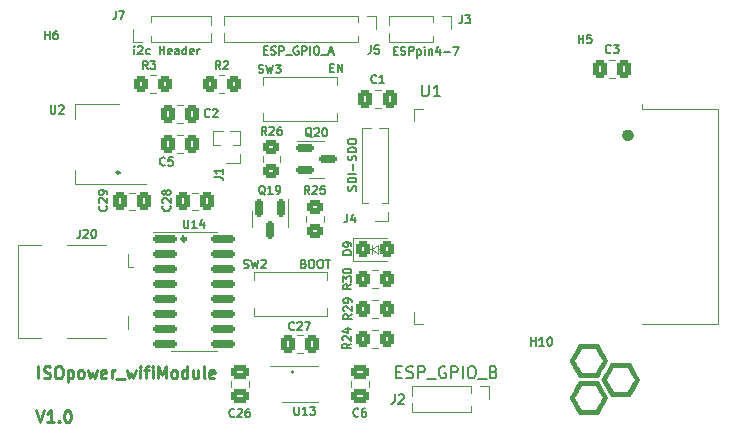
<source format=gbr>
G04 #@! TF.GenerationSoftware,KiCad,Pcbnew,(6.0.0)*
G04 #@! TF.CreationDate,2022-03-08T09:11:22+00:00*
G04 #@! TF.ProjectId,ISOpowerWiFi_PCB,49534f70-6f77-4657-9257-6946695f5043,rev?*
G04 #@! TF.SameCoordinates,Original*
G04 #@! TF.FileFunction,Legend,Top*
G04 #@! TF.FilePolarity,Positive*
%FSLAX46Y46*%
G04 Gerber Fmt 4.6, Leading zero omitted, Abs format (unit mm)*
G04 Created by KiCad (PCBNEW (6.0.0)) date 2022-03-08 09:11:22*
%MOMM*%
%LPD*%
G01*
G04 APERTURE LIST*
G04 Aperture macros list*
%AMRoundRect*
0 Rectangle with rounded corners*
0 $1 Rounding radius*
0 $2 $3 $4 $5 $6 $7 $8 $9 X,Y pos of 4 corners*
0 Add a 4 corners polygon primitive as box body*
4,1,4,$2,$3,$4,$5,$6,$7,$8,$9,$2,$3,0*
0 Add four circle primitives for the rounded corners*
1,1,$1+$1,$2,$3*
1,1,$1+$1,$4,$5*
1,1,$1+$1,$6,$7*
1,1,$1+$1,$8,$9*
0 Add four rect primitives between the rounded corners*
20,1,$1+$1,$2,$3,$4,$5,0*
20,1,$1+$1,$4,$5,$6,$7,0*
20,1,$1+$1,$6,$7,$8,$9,0*
20,1,$1+$1,$8,$9,$2,$3,0*%
G04 Aperture macros list end*
%ADD10C,0.250000*%
%ADD11C,0.150000*%
%ADD12C,0.120000*%
%ADD13C,0.517905*%
%ADD14C,0.187000*%
%ADD15C,0.343981*%
%ADD16C,0.239605*%
%ADD17R,1.000000X1.000000*%
%ADD18O,1.000000X1.000000*%
%ADD19C,3.200000*%
%ADD20R,2.000000X1.600000*%
%ADD21C,1.000000*%
%ADD22R,2.000000X0.500000*%
%ADD23R,1.700000X2.000000*%
%ADD24R,0.900000X2.000000*%
%ADD25R,2.000000X0.900000*%
%ADD26R,5.000000X5.000000*%
%ADD27RoundRect,0.250000X-0.325000X-0.450000X0.325000X-0.450000X0.325000X0.450000X-0.325000X0.450000X0*%
%ADD28R,1.600000X0.300000*%
%ADD29RoundRect,0.250000X0.337500X0.475000X-0.337500X0.475000X-0.337500X-0.475000X0.337500X-0.475000X0*%
%ADD30RoundRect,0.250000X-0.350000X-0.450000X0.350000X-0.450000X0.350000X0.450000X-0.350000X0.450000X0*%
%ADD31RoundRect,0.150000X-0.825000X-0.150000X0.825000X-0.150000X0.825000X0.150000X-0.825000X0.150000X0*%
%ADD32RoundRect,0.250000X0.350000X0.450000X-0.350000X0.450000X-0.350000X-0.450000X0.350000X-0.450000X0*%
%ADD33RoundRect,0.250000X-0.337500X-0.475000X0.337500X-0.475000X0.337500X0.475000X-0.337500X0.475000X0*%
%ADD34RoundRect,0.250000X0.475000X-0.337500X0.475000X0.337500X-0.475000X0.337500X-0.475000X-0.337500X0*%
%ADD35RoundRect,0.250000X-0.475000X0.337500X-0.475000X-0.337500X0.475000X-0.337500X0.475000X0.337500X0*%
%ADD36RoundRect,0.150000X-0.587500X-0.150000X0.587500X-0.150000X0.587500X0.150000X-0.587500X0.150000X0*%
%ADD37R,2.000000X1.500000*%
%ADD38R,2.000000X3.800000*%
%ADD39RoundRect,0.150000X-0.150000X0.587500X-0.150000X-0.587500X0.150000X-0.587500X0.150000X0.587500X0*%
%ADD40RoundRect,0.250000X-0.450000X0.350000X-0.450000X-0.350000X0.450000X-0.350000X0.450000X0.350000X0*%
%ADD41RoundRect,0.250000X0.450000X-0.350000X0.450000X0.350000X-0.450000X0.350000X-0.450000X-0.350000X0*%
G04 APERTURE END LIST*
D10*
X123148119Y-106586423D02*
X123148119Y-105586423D01*
X123576690Y-106538804D02*
X123719547Y-106586423D01*
X123957642Y-106586423D01*
X124052880Y-106538804D01*
X124100500Y-106491185D01*
X124148119Y-106395947D01*
X124148119Y-106300709D01*
X124100500Y-106205471D01*
X124052880Y-106157852D01*
X123957642Y-106110233D01*
X123767166Y-106062614D01*
X123671928Y-106014995D01*
X123624309Y-105967376D01*
X123576690Y-105872138D01*
X123576690Y-105776900D01*
X123624309Y-105681662D01*
X123671928Y-105634043D01*
X123767166Y-105586423D01*
X124005261Y-105586423D01*
X124148119Y-105634043D01*
X124767166Y-105586423D02*
X124957642Y-105586423D01*
X125052880Y-105634043D01*
X125148119Y-105729281D01*
X125195738Y-105919757D01*
X125195738Y-106253090D01*
X125148119Y-106443566D01*
X125052880Y-106538804D01*
X124957642Y-106586423D01*
X124767166Y-106586423D01*
X124671928Y-106538804D01*
X124576690Y-106443566D01*
X124529071Y-106253090D01*
X124529071Y-105919757D01*
X124576690Y-105729281D01*
X124671928Y-105634043D01*
X124767166Y-105586423D01*
X125624309Y-105919757D02*
X125624309Y-106919757D01*
X125624309Y-105967376D02*
X125719547Y-105919757D01*
X125910023Y-105919757D01*
X126005261Y-105967376D01*
X126052880Y-106014995D01*
X126100500Y-106110233D01*
X126100500Y-106395947D01*
X126052880Y-106491185D01*
X126005261Y-106538804D01*
X125910023Y-106586423D01*
X125719547Y-106586423D01*
X125624309Y-106538804D01*
X126671928Y-106586423D02*
X126576690Y-106538804D01*
X126529071Y-106491185D01*
X126481452Y-106395947D01*
X126481452Y-106110233D01*
X126529071Y-106014995D01*
X126576690Y-105967376D01*
X126671928Y-105919757D01*
X126814785Y-105919757D01*
X126910023Y-105967376D01*
X126957642Y-106014995D01*
X127005261Y-106110233D01*
X127005261Y-106395947D01*
X126957642Y-106491185D01*
X126910023Y-106538804D01*
X126814785Y-106586423D01*
X126671928Y-106586423D01*
X127338595Y-105919757D02*
X127529071Y-106586423D01*
X127719547Y-106110233D01*
X127910023Y-106586423D01*
X128100500Y-105919757D01*
X128862404Y-106538804D02*
X128767166Y-106586423D01*
X128576690Y-106586423D01*
X128481452Y-106538804D01*
X128433833Y-106443566D01*
X128433833Y-106062614D01*
X128481452Y-105967376D01*
X128576690Y-105919757D01*
X128767166Y-105919757D01*
X128862404Y-105967376D01*
X128910023Y-106062614D01*
X128910023Y-106157852D01*
X128433833Y-106253090D01*
X129338595Y-106586423D02*
X129338595Y-105919757D01*
X129338595Y-106110233D02*
X129386214Y-106014995D01*
X129433833Y-105967376D01*
X129529071Y-105919757D01*
X129624309Y-105919757D01*
X129719547Y-106681662D02*
X130481452Y-106681662D01*
X130624309Y-105919757D02*
X130814785Y-106586423D01*
X131005261Y-106110233D01*
X131195738Y-106586423D01*
X131386214Y-105919757D01*
X131767166Y-106586423D02*
X131767166Y-105919757D01*
X131767166Y-105586423D02*
X131719547Y-105634043D01*
X131767166Y-105681662D01*
X131814785Y-105634043D01*
X131767166Y-105586423D01*
X131767166Y-105681662D01*
X132100500Y-105919757D02*
X132481452Y-105919757D01*
X132243357Y-106586423D02*
X132243357Y-105729281D01*
X132290976Y-105634043D01*
X132386214Y-105586423D01*
X132481452Y-105586423D01*
X132814785Y-106586423D02*
X132814785Y-105919757D01*
X132814785Y-105586423D02*
X132767166Y-105634043D01*
X132814785Y-105681662D01*
X132862404Y-105634043D01*
X132814785Y-105586423D01*
X132814785Y-105681662D01*
X133290976Y-106586423D02*
X133290976Y-105586423D01*
X133624309Y-106300709D01*
X133957642Y-105586423D01*
X133957642Y-106586423D01*
X134576690Y-106586423D02*
X134481452Y-106538804D01*
X134433833Y-106491185D01*
X134386214Y-106395947D01*
X134386214Y-106110233D01*
X134433833Y-106014995D01*
X134481452Y-105967376D01*
X134576690Y-105919757D01*
X134719547Y-105919757D01*
X134814785Y-105967376D01*
X134862404Y-106014995D01*
X134910023Y-106110233D01*
X134910023Y-106395947D01*
X134862404Y-106491185D01*
X134814785Y-106538804D01*
X134719547Y-106586423D01*
X134576690Y-106586423D01*
X135767166Y-106586423D02*
X135767166Y-105586423D01*
X135767166Y-106538804D02*
X135671928Y-106586423D01*
X135481452Y-106586423D01*
X135386214Y-106538804D01*
X135338595Y-106491185D01*
X135290976Y-106395947D01*
X135290976Y-106110233D01*
X135338595Y-106014995D01*
X135386214Y-105967376D01*
X135481452Y-105919757D01*
X135671928Y-105919757D01*
X135767166Y-105967376D01*
X136671928Y-105919757D02*
X136671928Y-106586423D01*
X136243357Y-105919757D02*
X136243357Y-106443566D01*
X136290976Y-106538804D01*
X136386214Y-106586423D01*
X136529071Y-106586423D01*
X136624309Y-106538804D01*
X136671928Y-106491185D01*
X137290976Y-106586423D02*
X137195738Y-106538804D01*
X137148119Y-106443566D01*
X137148119Y-105586423D01*
X138052880Y-106538804D02*
X137957642Y-106586423D01*
X137767166Y-106586423D01*
X137671928Y-106538804D01*
X137624309Y-106443566D01*
X137624309Y-106062614D01*
X137671928Y-105967376D01*
X137767166Y-105919757D01*
X137957642Y-105919757D01*
X138052880Y-105967376D01*
X138100500Y-106062614D01*
X138100500Y-106157852D01*
X137624309Y-106253090D01*
X122936190Y-109307380D02*
X123269523Y-110307380D01*
X123602857Y-109307380D01*
X124460000Y-110307380D02*
X123888571Y-110307380D01*
X124174285Y-110307380D02*
X124174285Y-109307380D01*
X124079047Y-109450238D01*
X123983809Y-109545476D01*
X123888571Y-109593095D01*
X124888571Y-110212142D02*
X124936190Y-110259761D01*
X124888571Y-110307380D01*
X124840952Y-110259761D01*
X124888571Y-110212142D01*
X124888571Y-110307380D01*
X125555238Y-109307380D02*
X125650476Y-109307380D01*
X125745714Y-109355000D01*
X125793333Y-109402619D01*
X125840952Y-109497857D01*
X125888571Y-109688333D01*
X125888571Y-109926428D01*
X125840952Y-110116904D01*
X125793333Y-110212142D01*
X125745714Y-110259761D01*
X125650476Y-110307380D01*
X125555238Y-110307380D01*
X125460000Y-110259761D01*
X125412380Y-110212142D01*
X125364761Y-110116904D01*
X125317142Y-109926428D01*
X125317142Y-109688333D01*
X125364761Y-109497857D01*
X125412380Y-109402619D01*
X125460000Y-109355000D01*
X125555238Y-109307380D01*
D11*
G04 #@! TO.C,J2*
X153319933Y-107945606D02*
X153319933Y-108517035D01*
X153281838Y-108631321D01*
X153205647Y-108707511D01*
X153091361Y-108745606D01*
X153015171Y-108745606D01*
X153662790Y-108021797D02*
X153700885Y-107983702D01*
X153777076Y-107945606D01*
X153967552Y-107945606D01*
X154043742Y-107983702D01*
X154081838Y-108021797D01*
X154119933Y-108097987D01*
X154119933Y-108174178D01*
X154081838Y-108288463D01*
X153624695Y-108745606D01*
X154119933Y-108745606D01*
X153451804Y-106051474D02*
X153785137Y-106051474D01*
X153927994Y-106575283D02*
X153451804Y-106575283D01*
X153451804Y-105575283D01*
X153927994Y-105575283D01*
X154308947Y-106527664D02*
X154451804Y-106575283D01*
X154689899Y-106575283D01*
X154785137Y-106527664D01*
X154832756Y-106480045D01*
X154880375Y-106384807D01*
X154880375Y-106289569D01*
X154832756Y-106194331D01*
X154785137Y-106146712D01*
X154689899Y-106099093D01*
X154499423Y-106051474D01*
X154404185Y-106003855D01*
X154356566Y-105956236D01*
X154308947Y-105860998D01*
X154308947Y-105765760D01*
X154356566Y-105670522D01*
X154404185Y-105622903D01*
X154499423Y-105575283D01*
X154737518Y-105575283D01*
X154880375Y-105622903D01*
X155308947Y-106575283D02*
X155308947Y-105575283D01*
X155689899Y-105575283D01*
X155785137Y-105622903D01*
X155832756Y-105670522D01*
X155880375Y-105765760D01*
X155880375Y-105908617D01*
X155832756Y-106003855D01*
X155785137Y-106051474D01*
X155689899Y-106099093D01*
X155308947Y-106099093D01*
X156070851Y-106670522D02*
X156832756Y-106670522D01*
X157594661Y-105622903D02*
X157499423Y-105575283D01*
X157356566Y-105575283D01*
X157213709Y-105622903D01*
X157118470Y-105718141D01*
X157070851Y-105813379D01*
X157023232Y-106003855D01*
X157023232Y-106146712D01*
X157070851Y-106337188D01*
X157118470Y-106432426D01*
X157213709Y-106527664D01*
X157356566Y-106575283D01*
X157451804Y-106575283D01*
X157594661Y-106527664D01*
X157642280Y-106480045D01*
X157642280Y-106146712D01*
X157451804Y-106146712D01*
X158070851Y-106575283D02*
X158070851Y-105575283D01*
X158451804Y-105575283D01*
X158547042Y-105622903D01*
X158594661Y-105670522D01*
X158642280Y-105765760D01*
X158642280Y-105908617D01*
X158594661Y-106003855D01*
X158547042Y-106051474D01*
X158451804Y-106099093D01*
X158070851Y-106099093D01*
X159070851Y-106575283D02*
X159070851Y-105575283D01*
X159737518Y-105575283D02*
X159927994Y-105575283D01*
X160023232Y-105622903D01*
X160118470Y-105718141D01*
X160166090Y-105908617D01*
X160166090Y-106241950D01*
X160118470Y-106432426D01*
X160023232Y-106527664D01*
X159927994Y-106575283D01*
X159737518Y-106575283D01*
X159642280Y-106527664D01*
X159547042Y-106432426D01*
X159499423Y-106241950D01*
X159499423Y-105908617D01*
X159547042Y-105718141D01*
X159642280Y-105622903D01*
X159737518Y-105575283D01*
X160356566Y-106670522D02*
X161118470Y-106670522D01*
X161689899Y-106051474D02*
X161832756Y-106099093D01*
X161880375Y-106146712D01*
X161927994Y-106241950D01*
X161927994Y-106384807D01*
X161880375Y-106480045D01*
X161832756Y-106527664D01*
X161737518Y-106575283D01*
X161356566Y-106575283D01*
X161356566Y-105575283D01*
X161689899Y-105575283D01*
X161785137Y-105622903D01*
X161832756Y-105670522D01*
X161880375Y-105765760D01*
X161880375Y-105860998D01*
X161832756Y-105956236D01*
X161785137Y-106003855D01*
X161689899Y-106051474D01*
X161356566Y-106051474D01*
G04 #@! TO.C,H10*
X164868333Y-103821666D02*
X164868333Y-103121666D01*
X164868333Y-103455000D02*
X165268333Y-103455000D01*
X165268333Y-103821666D02*
X165268333Y-103121666D01*
X165968333Y-103821666D02*
X165568333Y-103821666D01*
X165768333Y-103821666D02*
X165768333Y-103121666D01*
X165701666Y-103221666D01*
X165635000Y-103288333D01*
X165568333Y-103321666D01*
X166401666Y-103121666D02*
X166468333Y-103121666D01*
X166535000Y-103155000D01*
X166568333Y-103188333D01*
X166601666Y-103255000D01*
X166635000Y-103388333D01*
X166635000Y-103555000D01*
X166601666Y-103688333D01*
X166568333Y-103755000D01*
X166535000Y-103788333D01*
X166468333Y-103821666D01*
X166401666Y-103821666D01*
X166335000Y-103788333D01*
X166301666Y-103755000D01*
X166268333Y-103688333D01*
X166235000Y-103555000D01*
X166235000Y-103388333D01*
X166268333Y-103255000D01*
X166301666Y-103188333D01*
X166335000Y-103155000D01*
X166401666Y-103121666D01*
G04 #@! TO.C,SW2*
X140544666Y-97212376D02*
X140644666Y-97245709D01*
X140811333Y-97245709D01*
X140878000Y-97212376D01*
X140911333Y-97179043D01*
X140944666Y-97112376D01*
X140944666Y-97045709D01*
X140911333Y-96979043D01*
X140878000Y-96945709D01*
X140811333Y-96912376D01*
X140678000Y-96879043D01*
X140611333Y-96845709D01*
X140578000Y-96812376D01*
X140544666Y-96745709D01*
X140544666Y-96679043D01*
X140578000Y-96612376D01*
X140611333Y-96579043D01*
X140678000Y-96545709D01*
X140844666Y-96545709D01*
X140944666Y-96579043D01*
X141178000Y-96545709D02*
X141344666Y-97245709D01*
X141478000Y-96745709D01*
X141611333Y-97245709D01*
X141778000Y-96545709D01*
X142011333Y-96612376D02*
X142044666Y-96579043D01*
X142111333Y-96545709D01*
X142278000Y-96545709D01*
X142344666Y-96579043D01*
X142378000Y-96612376D01*
X142411333Y-96679043D01*
X142411333Y-96745709D01*
X142378000Y-96845709D01*
X141978000Y-97245709D01*
X142411333Y-97245709D01*
X145608000Y-96879043D02*
X145708000Y-96912376D01*
X145741333Y-96945709D01*
X145774666Y-97012376D01*
X145774666Y-97112376D01*
X145741333Y-97179043D01*
X145708000Y-97212376D01*
X145641333Y-97245709D01*
X145374666Y-97245709D01*
X145374666Y-96545709D01*
X145608000Y-96545709D01*
X145674666Y-96579043D01*
X145708000Y-96612376D01*
X145741333Y-96679043D01*
X145741333Y-96745709D01*
X145708000Y-96812376D01*
X145674666Y-96845709D01*
X145608000Y-96879043D01*
X145374666Y-96879043D01*
X146208000Y-96545709D02*
X146341333Y-96545709D01*
X146408000Y-96579043D01*
X146474666Y-96645709D01*
X146508000Y-96779043D01*
X146508000Y-97012376D01*
X146474666Y-97145709D01*
X146408000Y-97212376D01*
X146341333Y-97245709D01*
X146208000Y-97245709D01*
X146141333Y-97212376D01*
X146074666Y-97145709D01*
X146041333Y-97012376D01*
X146041333Y-96779043D01*
X146074666Y-96645709D01*
X146141333Y-96579043D01*
X146208000Y-96545709D01*
X146941333Y-96545709D02*
X147074666Y-96545709D01*
X147141333Y-96579043D01*
X147208000Y-96645709D01*
X147241333Y-96779043D01*
X147241333Y-97012376D01*
X147208000Y-97145709D01*
X147141333Y-97212376D01*
X147074666Y-97245709D01*
X146941333Y-97245709D01*
X146874666Y-97212376D01*
X146808000Y-97145709D01*
X146774666Y-97012376D01*
X146774666Y-96779043D01*
X146808000Y-96645709D01*
X146874666Y-96579043D01*
X146941333Y-96545709D01*
X147441333Y-96545709D02*
X147841333Y-96545709D01*
X147641333Y-97245709D02*
X147641333Y-96545709D01*
G04 #@! TO.C,J20*
X126656333Y-94005709D02*
X126656333Y-94505709D01*
X126623000Y-94605709D01*
X126556333Y-94672376D01*
X126456333Y-94705709D01*
X126389666Y-94705709D01*
X126956333Y-94072376D02*
X126989666Y-94039043D01*
X127056333Y-94005709D01*
X127223000Y-94005709D01*
X127289666Y-94039043D01*
X127323000Y-94072376D01*
X127356333Y-94139043D01*
X127356333Y-94205709D01*
X127323000Y-94305709D01*
X126923000Y-94705709D01*
X127356333Y-94705709D01*
X127789666Y-94005709D02*
X127856333Y-94005709D01*
X127923000Y-94039043D01*
X127956333Y-94072376D01*
X127989666Y-94139043D01*
X128023000Y-94272376D01*
X128023000Y-94439043D01*
X127989666Y-94572376D01*
X127956333Y-94639043D01*
X127923000Y-94672376D01*
X127856333Y-94705709D01*
X127789666Y-94705709D01*
X127723000Y-94672376D01*
X127689666Y-94639043D01*
X127656333Y-94572376D01*
X127623000Y-94439043D01*
X127623000Y-94272376D01*
X127656333Y-94139043D01*
X127689666Y-94072376D01*
X127723000Y-94039043D01*
X127789666Y-94005709D01*
G04 #@! TO.C,U1*
X155611095Y-81728923D02*
X155611095Y-82538447D01*
X155658714Y-82633685D01*
X155706333Y-82681304D01*
X155801571Y-82728923D01*
X155992047Y-82728923D01*
X156087285Y-82681304D01*
X156134904Y-82633685D01*
X156182523Y-82538447D01*
X156182523Y-81728923D01*
X157182523Y-82728923D02*
X156611095Y-82728923D01*
X156896809Y-82728923D02*
X156896809Y-81728923D01*
X156801571Y-81871781D01*
X156706333Y-81967019D01*
X156611095Y-82014638D01*
G04 #@! TO.C,D9*
X149636202Y-96130281D02*
X148936202Y-96130281D01*
X148936202Y-95963615D01*
X148969536Y-95863615D01*
X149036202Y-95796948D01*
X149102869Y-95763615D01*
X149236202Y-95730281D01*
X149336202Y-95730281D01*
X149469536Y-95763615D01*
X149536202Y-95796948D01*
X149602869Y-95863615D01*
X149636202Y-95963615D01*
X149636202Y-96130281D01*
X149636202Y-95396948D02*
X149636202Y-95263615D01*
X149602869Y-95196948D01*
X149569536Y-95163615D01*
X149469536Y-95096948D01*
X149336202Y-95063615D01*
X149069536Y-95063615D01*
X149002869Y-95096948D01*
X148969536Y-95130281D01*
X148936202Y-95196948D01*
X148936202Y-95330281D01*
X148969536Y-95396948D01*
X149002869Y-95430281D01*
X149069536Y-95463615D01*
X149236202Y-95463615D01*
X149302869Y-95430281D01*
X149336202Y-95396948D01*
X149369536Y-95330281D01*
X149369536Y-95196948D01*
X149336202Y-95130281D01*
X149302869Y-95096948D01*
X149236202Y-95063615D01*
G04 #@! TO.C,U13*
X144820805Y-109002376D02*
X144820805Y-109569043D01*
X144854138Y-109635710D01*
X144887472Y-109669043D01*
X144954138Y-109702376D01*
X145087472Y-109702376D01*
X145154138Y-109669043D01*
X145187472Y-109635710D01*
X145220805Y-109569043D01*
X145220805Y-109002376D01*
X145920805Y-109702376D02*
X145520805Y-109702376D01*
X145720805Y-109702376D02*
X145720805Y-109002376D01*
X145654138Y-109102376D01*
X145587472Y-109169043D01*
X145520805Y-109202376D01*
X146154138Y-109002376D02*
X146587472Y-109002376D01*
X146354138Y-109269043D01*
X146454138Y-109269043D01*
X146520805Y-109302376D01*
X146554138Y-109335710D01*
X146587472Y-109402376D01*
X146587472Y-109569043D01*
X146554138Y-109635710D01*
X146520805Y-109669043D01*
X146454138Y-109702376D01*
X146254138Y-109702376D01*
X146187472Y-109669043D01*
X146154138Y-109635710D01*
G04 #@! TO.C,C29*
X128879071Y-91996761D02*
X128912404Y-92030094D01*
X128945737Y-92130094D01*
X128945737Y-92196761D01*
X128912404Y-92296761D01*
X128845737Y-92363427D01*
X128779071Y-92396761D01*
X128645737Y-92430094D01*
X128545737Y-92430094D01*
X128412404Y-92396761D01*
X128345737Y-92363427D01*
X128279071Y-92296761D01*
X128245737Y-92196761D01*
X128245737Y-92130094D01*
X128279071Y-92030094D01*
X128312404Y-91996761D01*
X128312404Y-91730094D02*
X128279071Y-91696761D01*
X128245737Y-91630094D01*
X128245737Y-91463427D01*
X128279071Y-91396761D01*
X128312404Y-91363427D01*
X128379071Y-91330094D01*
X128445737Y-91330094D01*
X128545737Y-91363427D01*
X128945737Y-91763427D01*
X128945737Y-91330094D01*
X128945737Y-90996761D02*
X128945737Y-90863427D01*
X128912404Y-90796761D01*
X128879071Y-90763427D01*
X128779071Y-90696761D01*
X128645737Y-90663427D01*
X128379071Y-90663427D01*
X128312404Y-90696761D01*
X128279071Y-90730094D01*
X128245737Y-90796761D01*
X128245737Y-90930094D01*
X128279071Y-90996761D01*
X128312404Y-91030094D01*
X128379071Y-91063427D01*
X128545737Y-91063427D01*
X128612404Y-91030094D01*
X128645737Y-90996761D01*
X128679071Y-90930094D01*
X128679071Y-90796761D01*
X128645737Y-90730094D01*
X128612404Y-90696761D01*
X128545737Y-90663427D01*
G04 #@! TO.C,R24*
X149587302Y-103655901D02*
X149253969Y-103889234D01*
X149587302Y-104055901D02*
X148887302Y-104055901D01*
X148887302Y-103789234D01*
X148920636Y-103722567D01*
X148953969Y-103689234D01*
X149020636Y-103655901D01*
X149120636Y-103655901D01*
X149187302Y-103689234D01*
X149220636Y-103722567D01*
X149253969Y-103789234D01*
X149253969Y-104055901D01*
X148953969Y-103389234D02*
X148920636Y-103355901D01*
X148887302Y-103289234D01*
X148887302Y-103122567D01*
X148920636Y-103055901D01*
X148953969Y-103022567D01*
X149020636Y-102989234D01*
X149087302Y-102989234D01*
X149187302Y-103022567D01*
X149587302Y-103422567D01*
X149587302Y-102989234D01*
X149120636Y-102389234D02*
X149587302Y-102389234D01*
X148853969Y-102555901D02*
X149353969Y-102722567D01*
X149353969Y-102289234D01*
G04 #@! TO.C,SW3*
X141801516Y-80695843D02*
X141901516Y-80729176D01*
X142068183Y-80729176D01*
X142134850Y-80695843D01*
X142168183Y-80662510D01*
X142201516Y-80595843D01*
X142201516Y-80529176D01*
X142168183Y-80462510D01*
X142134850Y-80429176D01*
X142068183Y-80395843D01*
X141934850Y-80362510D01*
X141868183Y-80329176D01*
X141834850Y-80295843D01*
X141801516Y-80229176D01*
X141801516Y-80162510D01*
X141834850Y-80095843D01*
X141868183Y-80062510D01*
X141934850Y-80029176D01*
X142101516Y-80029176D01*
X142201516Y-80062510D01*
X142434850Y-80029176D02*
X142601516Y-80729176D01*
X142734850Y-80229176D01*
X142868183Y-80729176D01*
X143034850Y-80029176D01*
X143234850Y-80029176D02*
X143668183Y-80029176D01*
X143434850Y-80295843D01*
X143534850Y-80295843D01*
X143601516Y-80329176D01*
X143634850Y-80362510D01*
X143668183Y-80429176D01*
X143668183Y-80595843D01*
X143634850Y-80662510D01*
X143601516Y-80695843D01*
X143534850Y-80729176D01*
X143334850Y-80729176D01*
X143268183Y-80695843D01*
X143234850Y-80662510D01*
X147846259Y-80291269D02*
X148079592Y-80291269D01*
X148179592Y-80657935D02*
X147846259Y-80657935D01*
X147846259Y-79957935D01*
X148179592Y-79957935D01*
X148479592Y-80657935D02*
X148479592Y-79957935D01*
X148879592Y-80657935D01*
X148879592Y-79957935D01*
G04 #@! TO.C,J7*
X129697996Y-75504062D02*
X129697996Y-76004062D01*
X129664663Y-76104062D01*
X129597996Y-76170729D01*
X129497996Y-76204062D01*
X129431330Y-76204062D01*
X129964663Y-75504062D02*
X130431330Y-75504062D01*
X130131330Y-76204062D01*
X131268333Y-79158369D02*
X131268333Y-78691703D01*
X131268333Y-78458369D02*
X131235000Y-78491703D01*
X131268333Y-78525036D01*
X131301666Y-78491703D01*
X131268333Y-78458369D01*
X131268333Y-78525036D01*
X131568333Y-78525036D02*
X131601666Y-78491703D01*
X131668333Y-78458369D01*
X131835000Y-78458369D01*
X131901666Y-78491703D01*
X131935000Y-78525036D01*
X131968333Y-78591703D01*
X131968333Y-78658369D01*
X131935000Y-78758369D01*
X131535000Y-79158369D01*
X131968333Y-79158369D01*
X132568333Y-79125036D02*
X132501666Y-79158369D01*
X132368333Y-79158369D01*
X132301666Y-79125036D01*
X132268333Y-79091703D01*
X132235000Y-79025036D01*
X132235000Y-78825036D01*
X132268333Y-78758369D01*
X132301666Y-78725036D01*
X132368333Y-78691703D01*
X132501666Y-78691703D01*
X132568333Y-78725036D01*
X133401666Y-79158369D02*
X133401666Y-78458369D01*
X133401666Y-78791703D02*
X133801666Y-78791703D01*
X133801666Y-79158369D02*
X133801666Y-78458369D01*
X134401666Y-79125036D02*
X134335000Y-79158369D01*
X134201666Y-79158369D01*
X134135000Y-79125036D01*
X134101666Y-79058369D01*
X134101666Y-78791703D01*
X134135000Y-78725036D01*
X134201666Y-78691703D01*
X134335000Y-78691703D01*
X134401666Y-78725036D01*
X134435000Y-78791703D01*
X134435000Y-78858369D01*
X134101666Y-78925036D01*
X135035000Y-79158369D02*
X135035000Y-78791703D01*
X135001666Y-78725036D01*
X134935000Y-78691703D01*
X134801666Y-78691703D01*
X134735000Y-78725036D01*
X135035000Y-79125036D02*
X134968333Y-79158369D01*
X134801666Y-79158369D01*
X134735000Y-79125036D01*
X134701666Y-79058369D01*
X134701666Y-78991703D01*
X134735000Y-78925036D01*
X134801666Y-78891703D01*
X134968333Y-78891703D01*
X135035000Y-78858369D01*
X135668333Y-79158369D02*
X135668333Y-78458369D01*
X135668333Y-79125036D02*
X135601666Y-79158369D01*
X135468333Y-79158369D01*
X135401666Y-79125036D01*
X135368333Y-79091703D01*
X135335000Y-79025036D01*
X135335000Y-78825036D01*
X135368333Y-78758369D01*
X135401666Y-78725036D01*
X135468333Y-78691703D01*
X135601666Y-78691703D01*
X135668333Y-78725036D01*
X136268333Y-79125036D02*
X136201666Y-79158369D01*
X136068333Y-79158369D01*
X136001666Y-79125036D01*
X135968333Y-79058369D01*
X135968333Y-78791703D01*
X136001666Y-78725036D01*
X136068333Y-78691703D01*
X136201666Y-78691703D01*
X136268333Y-78725036D01*
X136301666Y-78791703D01*
X136301666Y-78858369D01*
X135968333Y-78925036D01*
X136601666Y-79158369D02*
X136601666Y-78691703D01*
X136601666Y-78825036D02*
X136635000Y-78758369D01*
X136668333Y-78725036D01*
X136735000Y-78691703D01*
X136801666Y-78691703D01*
G04 #@! TO.C,C27*
X144794808Y-102447236D02*
X144761474Y-102480569D01*
X144661474Y-102513902D01*
X144594808Y-102513902D01*
X144494808Y-102480569D01*
X144428141Y-102413902D01*
X144394808Y-102347236D01*
X144361474Y-102213902D01*
X144361474Y-102113902D01*
X144394808Y-101980569D01*
X144428141Y-101913902D01*
X144494808Y-101847236D01*
X144594808Y-101813902D01*
X144661474Y-101813902D01*
X144761474Y-101847236D01*
X144794808Y-101880569D01*
X145061474Y-101880569D02*
X145094808Y-101847236D01*
X145161474Y-101813902D01*
X145328141Y-101813902D01*
X145394808Y-101847236D01*
X145428141Y-101880569D01*
X145461474Y-101947236D01*
X145461474Y-102013902D01*
X145428141Y-102113902D01*
X145028141Y-102513902D01*
X145461474Y-102513902D01*
X145694808Y-101813902D02*
X146161474Y-101813902D01*
X145861474Y-102513902D01*
G04 #@! TO.C,U14*
X135451530Y-93164051D02*
X135451530Y-93730718D01*
X135484863Y-93797385D01*
X135518197Y-93830718D01*
X135584863Y-93864051D01*
X135718197Y-93864051D01*
X135784863Y-93830718D01*
X135818197Y-93797385D01*
X135851530Y-93730718D01*
X135851530Y-93164051D01*
X136551530Y-93864051D02*
X136151530Y-93864051D01*
X136351530Y-93864051D02*
X136351530Y-93164051D01*
X136284863Y-93264051D01*
X136218197Y-93330718D01*
X136151530Y-93364051D01*
X137151530Y-93397385D02*
X137151530Y-93864051D01*
X136984863Y-93130718D02*
X136818197Y-93630718D01*
X137251530Y-93630718D01*
G04 #@! TO.C,R2*
X138551333Y-80415709D02*
X138318000Y-80082376D01*
X138151333Y-80415709D02*
X138151333Y-79715709D01*
X138418000Y-79715709D01*
X138484666Y-79749043D01*
X138518000Y-79782376D01*
X138551333Y-79849043D01*
X138551333Y-79949043D01*
X138518000Y-80015709D01*
X138484666Y-80049043D01*
X138418000Y-80082376D01*
X138151333Y-80082376D01*
X138818000Y-79782376D02*
X138851333Y-79749043D01*
X138918000Y-79715709D01*
X139084666Y-79715709D01*
X139151333Y-79749043D01*
X139184666Y-79782376D01*
X139218000Y-79849043D01*
X139218000Y-79915709D01*
X139184666Y-80015709D01*
X138784666Y-80415709D01*
X139218000Y-80415709D01*
G04 #@! TO.C,C2*
X137656058Y-84415726D02*
X137622725Y-84449059D01*
X137522725Y-84482392D01*
X137456058Y-84482392D01*
X137356058Y-84449059D01*
X137289391Y-84382392D01*
X137256058Y-84315726D01*
X137222725Y-84182392D01*
X137222725Y-84082392D01*
X137256058Y-83949059D01*
X137289391Y-83882392D01*
X137356058Y-83815726D01*
X137456058Y-83782392D01*
X137522725Y-83782392D01*
X137622725Y-83815726D01*
X137656058Y-83849059D01*
X137922725Y-83849059D02*
X137956058Y-83815726D01*
X138022725Y-83782392D01*
X138189391Y-83782392D01*
X138256058Y-83815726D01*
X138289391Y-83849059D01*
X138322725Y-83915726D01*
X138322725Y-83982392D01*
X138289391Y-84082392D01*
X137889391Y-84482392D01*
X138322725Y-84482392D01*
G04 #@! TO.C,H5*
X168884666Y-78195709D02*
X168884666Y-77495709D01*
X168884666Y-77829043D02*
X169284666Y-77829043D01*
X169284666Y-78195709D02*
X169284666Y-77495709D01*
X169951333Y-77495709D02*
X169618000Y-77495709D01*
X169584666Y-77829043D01*
X169618000Y-77795709D01*
X169684666Y-77762376D01*
X169851333Y-77762376D01*
X169918000Y-77795709D01*
X169951333Y-77829043D01*
X169984666Y-77895709D01*
X169984666Y-78062376D01*
X169951333Y-78129043D01*
X169918000Y-78162376D01*
X169851333Y-78195709D01*
X169684666Y-78195709D01*
X169618000Y-78162376D01*
X169584666Y-78129043D01*
G04 #@! TO.C,J3*
X159024666Y-75850631D02*
X159024666Y-76350631D01*
X158991333Y-76450631D01*
X158924666Y-76517298D01*
X158824666Y-76550631D01*
X158758000Y-76550631D01*
X159291333Y-75850631D02*
X159724666Y-75850631D01*
X159491333Y-76117298D01*
X159591333Y-76117298D01*
X159658000Y-76150631D01*
X159691333Y-76183965D01*
X159724666Y-76250631D01*
X159724666Y-76417298D01*
X159691333Y-76483965D01*
X159658000Y-76517298D01*
X159591333Y-76550631D01*
X159391333Y-76550631D01*
X159324666Y-76517298D01*
X159291333Y-76483965D01*
X153216870Y-78842742D02*
X153450204Y-78842742D01*
X153550204Y-79209408D02*
X153216870Y-79209408D01*
X153216870Y-78509408D01*
X153550204Y-78509408D01*
X153816870Y-79176075D02*
X153916870Y-79209408D01*
X154083537Y-79209408D01*
X154150204Y-79176075D01*
X154183537Y-79142742D01*
X154216870Y-79076075D01*
X154216870Y-79009408D01*
X154183537Y-78942742D01*
X154150204Y-78909408D01*
X154083537Y-78876075D01*
X153950204Y-78842742D01*
X153883537Y-78809408D01*
X153850204Y-78776075D01*
X153816870Y-78709408D01*
X153816870Y-78642742D01*
X153850204Y-78576075D01*
X153883537Y-78542742D01*
X153950204Y-78509408D01*
X154116870Y-78509408D01*
X154216870Y-78542742D01*
X154516870Y-79209408D02*
X154516870Y-78509408D01*
X154783537Y-78509408D01*
X154850204Y-78542742D01*
X154883537Y-78576075D01*
X154916870Y-78642742D01*
X154916870Y-78742742D01*
X154883537Y-78809408D01*
X154850204Y-78842742D01*
X154783537Y-78876075D01*
X154516870Y-78876075D01*
X155216870Y-78742742D02*
X155216870Y-79442742D01*
X155216870Y-78776075D02*
X155283537Y-78742742D01*
X155416870Y-78742742D01*
X155483537Y-78776075D01*
X155516870Y-78809408D01*
X155550204Y-78876075D01*
X155550204Y-79076075D01*
X155516870Y-79142742D01*
X155483537Y-79176075D01*
X155416870Y-79209408D01*
X155283537Y-79209408D01*
X155216870Y-79176075D01*
X155850204Y-79209408D02*
X155850204Y-78742742D01*
X155850204Y-78509408D02*
X155816870Y-78542742D01*
X155850204Y-78576075D01*
X155883537Y-78542742D01*
X155850204Y-78509408D01*
X155850204Y-78576075D01*
X156183537Y-78742742D02*
X156183537Y-79209408D01*
X156183537Y-78809408D02*
X156216870Y-78776075D01*
X156283537Y-78742742D01*
X156383537Y-78742742D01*
X156450204Y-78776075D01*
X156483537Y-78842742D01*
X156483537Y-79209408D01*
X157116870Y-78742742D02*
X157116870Y-79209408D01*
X156950204Y-78476075D02*
X156783537Y-78976075D01*
X157216870Y-78976075D01*
X157483537Y-78942742D02*
X158016870Y-78942742D01*
X158283537Y-78509408D02*
X158750204Y-78509408D01*
X158450204Y-79209408D01*
G04 #@! TO.C,C3*
X171608833Y-78989043D02*
X171575500Y-79022376D01*
X171475500Y-79055709D01*
X171408833Y-79055709D01*
X171308833Y-79022376D01*
X171242166Y-78955709D01*
X171208833Y-78889043D01*
X171175500Y-78755709D01*
X171175500Y-78655709D01*
X171208833Y-78522376D01*
X171242166Y-78455709D01*
X171308833Y-78389043D01*
X171408833Y-78355709D01*
X171475500Y-78355709D01*
X171575500Y-78389043D01*
X171608833Y-78422376D01*
X171842166Y-78355709D02*
X172275500Y-78355709D01*
X172042166Y-78622376D01*
X172142166Y-78622376D01*
X172208833Y-78655709D01*
X172242166Y-78689043D01*
X172275500Y-78755709D01*
X172275500Y-78922376D01*
X172242166Y-78989043D01*
X172208833Y-79022376D01*
X172142166Y-79055709D01*
X171942166Y-79055709D01*
X171875500Y-79022376D01*
X171842166Y-78989043D01*
G04 #@! TO.C,C1*
X151753833Y-81529043D02*
X151720500Y-81562376D01*
X151620500Y-81595709D01*
X151553833Y-81595709D01*
X151453833Y-81562376D01*
X151387166Y-81495709D01*
X151353833Y-81429043D01*
X151320500Y-81295709D01*
X151320500Y-81195709D01*
X151353833Y-81062376D01*
X151387166Y-80995709D01*
X151453833Y-80929043D01*
X151553833Y-80895709D01*
X151620500Y-80895709D01*
X151720500Y-80929043D01*
X151753833Y-80962376D01*
X152420500Y-81595709D02*
X152020500Y-81595709D01*
X152220500Y-81595709D02*
X152220500Y-80895709D01*
X152153833Y-80995709D01*
X152087166Y-81062376D01*
X152020500Y-81095709D01*
G04 #@! TO.C,C26*
X139739259Y-109795852D02*
X139705925Y-109829185D01*
X139605925Y-109862518D01*
X139539259Y-109862518D01*
X139439259Y-109829185D01*
X139372592Y-109762518D01*
X139339259Y-109695852D01*
X139305925Y-109562518D01*
X139305925Y-109462518D01*
X139339259Y-109329185D01*
X139372592Y-109262518D01*
X139439259Y-109195852D01*
X139539259Y-109162518D01*
X139605925Y-109162518D01*
X139705925Y-109195852D01*
X139739259Y-109229185D01*
X140005925Y-109229185D02*
X140039259Y-109195852D01*
X140105925Y-109162518D01*
X140272592Y-109162518D01*
X140339259Y-109195852D01*
X140372592Y-109229185D01*
X140405925Y-109295852D01*
X140405925Y-109362518D01*
X140372592Y-109462518D01*
X139972592Y-109862518D01*
X140405925Y-109862518D01*
X141005925Y-109162518D02*
X140872592Y-109162518D01*
X140805925Y-109195852D01*
X140772592Y-109229185D01*
X140705925Y-109329185D01*
X140672592Y-109462518D01*
X140672592Y-109729185D01*
X140705925Y-109795852D01*
X140739259Y-109829185D01*
X140805925Y-109862518D01*
X140939259Y-109862518D01*
X141005925Y-109829185D01*
X141039259Y-109795852D01*
X141072592Y-109729185D01*
X141072592Y-109562518D01*
X141039259Y-109495852D01*
X141005925Y-109462518D01*
X140939259Y-109429185D01*
X140805925Y-109429185D01*
X140739259Y-109462518D01*
X140705925Y-109495852D01*
X140672592Y-109562518D01*
G04 #@! TO.C,R29*
X149658476Y-101147008D02*
X149325143Y-101380341D01*
X149658476Y-101547008D02*
X148958476Y-101547008D01*
X148958476Y-101280341D01*
X148991810Y-101213674D01*
X149025143Y-101180341D01*
X149091810Y-101147008D01*
X149191810Y-101147008D01*
X149258476Y-101180341D01*
X149291810Y-101213674D01*
X149325143Y-101280341D01*
X149325143Y-101547008D01*
X149025143Y-100880341D02*
X148991810Y-100847008D01*
X148958476Y-100780341D01*
X148958476Y-100613674D01*
X148991810Y-100547008D01*
X149025143Y-100513674D01*
X149091810Y-100480341D01*
X149158476Y-100480341D01*
X149258476Y-100513674D01*
X149658476Y-100913674D01*
X149658476Y-100480341D01*
X149658476Y-100147008D02*
X149658476Y-100013674D01*
X149625143Y-99947008D01*
X149591810Y-99913674D01*
X149491810Y-99847008D01*
X149358476Y-99813674D01*
X149091810Y-99813674D01*
X149025143Y-99847008D01*
X148991810Y-99880341D01*
X148958476Y-99947008D01*
X148958476Y-100080341D01*
X148991810Y-100147008D01*
X149025143Y-100180341D01*
X149091810Y-100213674D01*
X149258476Y-100213674D01*
X149325143Y-100180341D01*
X149358476Y-100147008D01*
X149391810Y-100080341D01*
X149391810Y-99947008D01*
X149358476Y-99880341D01*
X149325143Y-99847008D01*
X149258476Y-99813674D01*
G04 #@! TO.C,C28*
X134270522Y-91996761D02*
X134303855Y-92030094D01*
X134337188Y-92130094D01*
X134337188Y-92196761D01*
X134303855Y-92296761D01*
X134237188Y-92363427D01*
X134170522Y-92396761D01*
X134037188Y-92430094D01*
X133937188Y-92430094D01*
X133803855Y-92396761D01*
X133737188Y-92363427D01*
X133670522Y-92296761D01*
X133637188Y-92196761D01*
X133637188Y-92130094D01*
X133670522Y-92030094D01*
X133703855Y-91996761D01*
X133703855Y-91730094D02*
X133670522Y-91696761D01*
X133637188Y-91630094D01*
X133637188Y-91463427D01*
X133670522Y-91396761D01*
X133703855Y-91363427D01*
X133770522Y-91330094D01*
X133837188Y-91330094D01*
X133937188Y-91363427D01*
X134337188Y-91763427D01*
X134337188Y-91330094D01*
X133937188Y-90930094D02*
X133903855Y-90996761D01*
X133870522Y-91030094D01*
X133803855Y-91063427D01*
X133770522Y-91063427D01*
X133703855Y-91030094D01*
X133670522Y-90996761D01*
X133637188Y-90930094D01*
X133637188Y-90796761D01*
X133670522Y-90730094D01*
X133703855Y-90696761D01*
X133770522Y-90663427D01*
X133803855Y-90663427D01*
X133870522Y-90696761D01*
X133903855Y-90730094D01*
X133937188Y-90796761D01*
X133937188Y-90930094D01*
X133970522Y-90996761D01*
X134003855Y-91030094D01*
X134070522Y-91063427D01*
X134203855Y-91063427D01*
X134270522Y-91030094D01*
X134303855Y-90996761D01*
X134337188Y-90930094D01*
X134337188Y-90796761D01*
X134303855Y-90730094D01*
X134270522Y-90696761D01*
X134203855Y-90663427D01*
X134070522Y-90663427D01*
X134003855Y-90696761D01*
X133970522Y-90730094D01*
X133937188Y-90796761D01*
G04 #@! TO.C,C6*
X150235984Y-109775883D02*
X150202651Y-109809216D01*
X150102651Y-109842549D01*
X150035984Y-109842549D01*
X149935984Y-109809216D01*
X149869317Y-109742549D01*
X149835984Y-109675883D01*
X149802651Y-109542549D01*
X149802651Y-109442549D01*
X149835984Y-109309216D01*
X149869317Y-109242549D01*
X149935984Y-109175883D01*
X150035984Y-109142549D01*
X150102651Y-109142549D01*
X150202651Y-109175883D01*
X150235984Y-109209216D01*
X150835984Y-109142549D02*
X150702651Y-109142549D01*
X150635984Y-109175883D01*
X150602651Y-109209216D01*
X150535984Y-109309216D01*
X150502651Y-109442549D01*
X150502651Y-109709216D01*
X150535984Y-109775883D01*
X150569317Y-109809216D01*
X150635984Y-109842549D01*
X150769317Y-109842549D01*
X150835984Y-109809216D01*
X150869317Y-109775883D01*
X150902651Y-109709216D01*
X150902651Y-109542549D01*
X150869317Y-109475883D01*
X150835984Y-109442549D01*
X150769317Y-109409216D01*
X150635984Y-109409216D01*
X150569317Y-109442549D01*
X150535984Y-109475883D01*
X150502651Y-109542549D01*
G04 #@! TO.C,Q20*
X146283157Y-86163825D02*
X146216490Y-86130492D01*
X146149823Y-86063825D01*
X146049823Y-85963825D01*
X145983157Y-85930492D01*
X145916490Y-85930492D01*
X145949823Y-86097158D02*
X145883157Y-86063825D01*
X145816490Y-85997158D01*
X145783157Y-85863825D01*
X145783157Y-85630492D01*
X145816490Y-85497158D01*
X145883157Y-85430492D01*
X145949823Y-85397158D01*
X146083157Y-85397158D01*
X146149823Y-85430492D01*
X146216490Y-85497158D01*
X146249823Y-85630492D01*
X146249823Y-85863825D01*
X146216490Y-85997158D01*
X146149823Y-86063825D01*
X146083157Y-86097158D01*
X145949823Y-86097158D01*
X146516490Y-85463825D02*
X146549823Y-85430492D01*
X146616490Y-85397158D01*
X146783157Y-85397158D01*
X146849823Y-85430492D01*
X146883157Y-85463825D01*
X146916490Y-85530492D01*
X146916490Y-85597158D01*
X146883157Y-85697158D01*
X146483157Y-86097158D01*
X146916490Y-86097158D01*
X147349823Y-85397158D02*
X147416490Y-85397158D01*
X147483157Y-85430492D01*
X147516490Y-85463825D01*
X147549823Y-85530492D01*
X147583157Y-85663825D01*
X147583157Y-85830492D01*
X147549823Y-85963825D01*
X147516490Y-86030492D01*
X147483157Y-86063825D01*
X147416490Y-86097158D01*
X147349823Y-86097158D01*
X147283157Y-86063825D01*
X147249823Y-86030492D01*
X147216490Y-85963825D01*
X147183157Y-85830492D01*
X147183157Y-85663825D01*
X147216490Y-85530492D01*
X147249823Y-85463825D01*
X147283157Y-85430492D01*
X147349823Y-85397158D01*
G04 #@! TO.C,U2*
X124188761Y-83489376D02*
X124188761Y-84056043D01*
X124222095Y-84122710D01*
X124255428Y-84156043D01*
X124322095Y-84189376D01*
X124455428Y-84189376D01*
X124522095Y-84156043D01*
X124555428Y-84122710D01*
X124588761Y-84056043D01*
X124588761Y-83489376D01*
X124888761Y-83556043D02*
X124922095Y-83522710D01*
X124988761Y-83489376D01*
X125155428Y-83489376D01*
X125222095Y-83522710D01*
X125255428Y-83556043D01*
X125288761Y-83622710D01*
X125288761Y-83689376D01*
X125255428Y-83789376D01*
X124855428Y-84189376D01*
X125288761Y-84189376D01*
G04 #@! TO.C,J5*
X151290493Y-78413310D02*
X151290493Y-78913310D01*
X151257160Y-79013310D01*
X151190493Y-79079977D01*
X151090493Y-79113310D01*
X151023827Y-79113310D01*
X151957160Y-78413310D02*
X151623827Y-78413310D01*
X151590493Y-78746644D01*
X151623827Y-78713310D01*
X151690493Y-78679977D01*
X151857160Y-78679977D01*
X151923827Y-78713310D01*
X151957160Y-78746644D01*
X151990493Y-78813310D01*
X151990493Y-78979977D01*
X151957160Y-79046644D01*
X151923827Y-79079977D01*
X151857160Y-79113310D01*
X151690493Y-79113310D01*
X151623827Y-79079977D01*
X151590493Y-79046644D01*
X142242527Y-78823451D02*
X142475860Y-78823451D01*
X142575860Y-79190117D02*
X142242527Y-79190117D01*
X142242527Y-78490117D01*
X142575860Y-78490117D01*
X142842527Y-79156784D02*
X142942527Y-79190117D01*
X143109193Y-79190117D01*
X143175860Y-79156784D01*
X143209193Y-79123451D01*
X143242527Y-79056784D01*
X143242527Y-78990117D01*
X143209193Y-78923451D01*
X143175860Y-78890117D01*
X143109193Y-78856784D01*
X142975860Y-78823451D01*
X142909193Y-78790117D01*
X142875860Y-78756784D01*
X142842527Y-78690117D01*
X142842527Y-78623451D01*
X142875860Y-78556784D01*
X142909193Y-78523451D01*
X142975860Y-78490117D01*
X143142527Y-78490117D01*
X143242527Y-78523451D01*
X143542527Y-79190117D02*
X143542527Y-78490117D01*
X143809193Y-78490117D01*
X143875860Y-78523451D01*
X143909193Y-78556784D01*
X143942527Y-78623451D01*
X143942527Y-78723451D01*
X143909193Y-78790117D01*
X143875860Y-78823451D01*
X143809193Y-78856784D01*
X143542527Y-78856784D01*
X144075860Y-79256784D02*
X144609193Y-79256784D01*
X145142527Y-78523451D02*
X145075860Y-78490117D01*
X144975860Y-78490117D01*
X144875860Y-78523451D01*
X144809193Y-78590117D01*
X144775860Y-78656784D01*
X144742527Y-78790117D01*
X144742527Y-78890117D01*
X144775860Y-79023451D01*
X144809193Y-79090117D01*
X144875860Y-79156784D01*
X144975860Y-79190117D01*
X145042527Y-79190117D01*
X145142527Y-79156784D01*
X145175860Y-79123451D01*
X145175860Y-78890117D01*
X145042527Y-78890117D01*
X145475860Y-79190117D02*
X145475860Y-78490117D01*
X145742527Y-78490117D01*
X145809193Y-78523451D01*
X145842527Y-78556784D01*
X145875860Y-78623451D01*
X145875860Y-78723451D01*
X145842527Y-78790117D01*
X145809193Y-78823451D01*
X145742527Y-78856784D01*
X145475860Y-78856784D01*
X146175860Y-79190117D02*
X146175860Y-78490117D01*
X146642527Y-78490117D02*
X146775860Y-78490117D01*
X146842527Y-78523451D01*
X146909193Y-78590117D01*
X146942527Y-78723451D01*
X146942527Y-78956784D01*
X146909193Y-79090117D01*
X146842527Y-79156784D01*
X146775860Y-79190117D01*
X146642527Y-79190117D01*
X146575860Y-79156784D01*
X146509193Y-79090117D01*
X146475860Y-78956784D01*
X146475860Y-78723451D01*
X146509193Y-78590117D01*
X146575860Y-78523451D01*
X146642527Y-78490117D01*
X147075860Y-79256784D02*
X147609193Y-79256784D01*
X147742527Y-78990117D02*
X148075860Y-78990117D01*
X147675860Y-79190117D02*
X147909193Y-78490117D01*
X148142527Y-79190117D01*
G04 #@! TO.C,C5*
X133868333Y-88515000D02*
X133835000Y-88548333D01*
X133735000Y-88581666D01*
X133668333Y-88581666D01*
X133568333Y-88548333D01*
X133501666Y-88481666D01*
X133468333Y-88415000D01*
X133435000Y-88281666D01*
X133435000Y-88181666D01*
X133468333Y-88048333D01*
X133501666Y-87981666D01*
X133568333Y-87915000D01*
X133668333Y-87881666D01*
X133735000Y-87881666D01*
X133835000Y-87915000D01*
X133868333Y-87948333D01*
X134501666Y-87881666D02*
X134168333Y-87881666D01*
X134135000Y-88215000D01*
X134168333Y-88181666D01*
X134235000Y-88148333D01*
X134401666Y-88148333D01*
X134468333Y-88181666D01*
X134501666Y-88215000D01*
X134535000Y-88281666D01*
X134535000Y-88448333D01*
X134501666Y-88515000D01*
X134468333Y-88548333D01*
X134401666Y-88581666D01*
X134235000Y-88581666D01*
X134168333Y-88548333D01*
X134135000Y-88515000D01*
G04 #@! TO.C,Q19*
X142338219Y-91039690D02*
X142271552Y-91006357D01*
X142204885Y-90939690D01*
X142104885Y-90839690D01*
X142038219Y-90806357D01*
X141971552Y-90806357D01*
X142004885Y-90973023D02*
X141938219Y-90939690D01*
X141871552Y-90873023D01*
X141838219Y-90739690D01*
X141838219Y-90506357D01*
X141871552Y-90373023D01*
X141938219Y-90306357D01*
X142004885Y-90273023D01*
X142138219Y-90273023D01*
X142204885Y-90306357D01*
X142271552Y-90373023D01*
X142304885Y-90506357D01*
X142304885Y-90739690D01*
X142271552Y-90873023D01*
X142204885Y-90939690D01*
X142138219Y-90973023D01*
X142004885Y-90973023D01*
X142971552Y-90973023D02*
X142571552Y-90973023D01*
X142771552Y-90973023D02*
X142771552Y-90273023D01*
X142704885Y-90373023D01*
X142638219Y-90439690D01*
X142571552Y-90473023D01*
X143304885Y-90973023D02*
X143438219Y-90973023D01*
X143504885Y-90939690D01*
X143538219Y-90906357D01*
X143604885Y-90806357D01*
X143638219Y-90673023D01*
X143638219Y-90406357D01*
X143604885Y-90339690D01*
X143571552Y-90306357D01*
X143504885Y-90273023D01*
X143371552Y-90273023D01*
X143304885Y-90306357D01*
X143271552Y-90339690D01*
X143238219Y-90406357D01*
X143238219Y-90573023D01*
X143271552Y-90639690D01*
X143304885Y-90673023D01*
X143371552Y-90706357D01*
X143504885Y-90706357D01*
X143571552Y-90673023D01*
X143604885Y-90639690D01*
X143638219Y-90573023D01*
G04 #@! TO.C,J1*
X138046666Y-89558333D02*
X138546666Y-89558333D01*
X138646666Y-89591666D01*
X138713333Y-89658333D01*
X138746666Y-89758333D01*
X138746666Y-89825000D01*
X138746666Y-88858333D02*
X138746666Y-89258333D01*
X138746666Y-89058333D02*
X138046666Y-89058333D01*
X138146666Y-89125000D01*
X138213333Y-89191666D01*
X138246666Y-89258333D01*
G04 #@! TO.C,J4*
X149288950Y-92700693D02*
X149288950Y-93200693D01*
X149255617Y-93300693D01*
X149188950Y-93367360D01*
X149088950Y-93400693D01*
X149022284Y-93400693D01*
X149922284Y-92934027D02*
X149922284Y-93400693D01*
X149755617Y-92667360D02*
X149588950Y-93167360D01*
X150022284Y-93167360D01*
X150009881Y-90698492D02*
X150043214Y-90598492D01*
X150043214Y-90431825D01*
X150009881Y-90365158D01*
X149976548Y-90331825D01*
X149909881Y-90298492D01*
X149843214Y-90298492D01*
X149776548Y-90331825D01*
X149743214Y-90365158D01*
X149709881Y-90431825D01*
X149676548Y-90565158D01*
X149643214Y-90631825D01*
X149609881Y-90665158D01*
X149543214Y-90698492D01*
X149476548Y-90698492D01*
X149409881Y-90665158D01*
X149376548Y-90631825D01*
X149343214Y-90565158D01*
X149343214Y-90398492D01*
X149376548Y-90298492D01*
X150043214Y-89998492D02*
X149343214Y-89998492D01*
X149343214Y-89831825D01*
X149376548Y-89731825D01*
X149443214Y-89665158D01*
X149509881Y-89631825D01*
X149643214Y-89598492D01*
X149743214Y-89598492D01*
X149876548Y-89631825D01*
X149943214Y-89665158D01*
X150009881Y-89731825D01*
X150043214Y-89831825D01*
X150043214Y-89998492D01*
X150043214Y-89298492D02*
X149343214Y-89298492D01*
X149776548Y-88965158D02*
X149776548Y-88431825D01*
X150009881Y-88131825D02*
X150043214Y-88031825D01*
X150043214Y-87865158D01*
X150009881Y-87798492D01*
X149976548Y-87765158D01*
X149909881Y-87731825D01*
X149843214Y-87731825D01*
X149776548Y-87765158D01*
X149743214Y-87798492D01*
X149709881Y-87865158D01*
X149676548Y-87998492D01*
X149643214Y-88065158D01*
X149609881Y-88098492D01*
X149543214Y-88131825D01*
X149476548Y-88131825D01*
X149409881Y-88098492D01*
X149376548Y-88065158D01*
X149343214Y-87998492D01*
X149343214Y-87831825D01*
X149376548Y-87731825D01*
X150043214Y-87431825D02*
X149343214Y-87431825D01*
X149343214Y-87265158D01*
X149376548Y-87165158D01*
X149443214Y-87098492D01*
X149509881Y-87065158D01*
X149643214Y-87031825D01*
X149743214Y-87031825D01*
X149876548Y-87065158D01*
X149943214Y-87098492D01*
X150009881Y-87165158D01*
X150043214Y-87265158D01*
X150043214Y-87431825D01*
X149343214Y-86598492D02*
X149343214Y-86465158D01*
X149376548Y-86398492D01*
X149443214Y-86331825D01*
X149576548Y-86298492D01*
X149809881Y-86298492D01*
X149943214Y-86331825D01*
X150009881Y-86398492D01*
X150043214Y-86465158D01*
X150043214Y-86598492D01*
X150009881Y-86665158D01*
X149943214Y-86731825D01*
X149809881Y-86765158D01*
X149576548Y-86765158D01*
X149443214Y-86731825D01*
X149376548Y-86665158D01*
X149343214Y-86598492D01*
G04 #@! TO.C,H6*
X123717166Y-77875709D02*
X123717166Y-77175709D01*
X123717166Y-77509043D02*
X124117166Y-77509043D01*
X124117166Y-77875709D02*
X124117166Y-77175709D01*
X124750500Y-77175709D02*
X124617166Y-77175709D01*
X124550500Y-77209043D01*
X124517166Y-77242376D01*
X124450500Y-77342376D01*
X124417166Y-77475709D01*
X124417166Y-77742376D01*
X124450500Y-77809043D01*
X124483833Y-77842376D01*
X124550500Y-77875709D01*
X124683833Y-77875709D01*
X124750500Y-77842376D01*
X124783833Y-77809043D01*
X124817166Y-77742376D01*
X124817166Y-77575709D01*
X124783833Y-77509043D01*
X124750500Y-77475709D01*
X124683833Y-77442376D01*
X124550500Y-77442376D01*
X124483833Y-77475709D01*
X124450500Y-77509043D01*
X124417166Y-77575709D01*
G04 #@! TO.C,R25*
X146090603Y-90981493D02*
X145857269Y-90648160D01*
X145690603Y-90981493D02*
X145690603Y-90281493D01*
X145957269Y-90281493D01*
X146023936Y-90314827D01*
X146057269Y-90348160D01*
X146090603Y-90414827D01*
X146090603Y-90514827D01*
X146057269Y-90581493D01*
X146023936Y-90614827D01*
X145957269Y-90648160D01*
X145690603Y-90648160D01*
X146357269Y-90348160D02*
X146390603Y-90314827D01*
X146457269Y-90281493D01*
X146623936Y-90281493D01*
X146690603Y-90314827D01*
X146723936Y-90348160D01*
X146757269Y-90414827D01*
X146757269Y-90481493D01*
X146723936Y-90581493D01*
X146323936Y-90981493D01*
X146757269Y-90981493D01*
X147390603Y-90281493D02*
X147057269Y-90281493D01*
X147023936Y-90614827D01*
X147057269Y-90581493D01*
X147123936Y-90548160D01*
X147290603Y-90548160D01*
X147357269Y-90581493D01*
X147390603Y-90614827D01*
X147423936Y-90681493D01*
X147423936Y-90848160D01*
X147390603Y-90914827D01*
X147357269Y-90948160D01*
X147290603Y-90981493D01*
X147123936Y-90981493D01*
X147057269Y-90948160D01*
X147023936Y-90914827D01*
G04 #@! TO.C,R26*
X142443126Y-85990397D02*
X142209792Y-85657064D01*
X142043126Y-85990397D02*
X142043126Y-85290397D01*
X142309792Y-85290397D01*
X142376459Y-85323731D01*
X142409792Y-85357064D01*
X142443126Y-85423731D01*
X142443126Y-85523731D01*
X142409792Y-85590397D01*
X142376459Y-85623731D01*
X142309792Y-85657064D01*
X142043126Y-85657064D01*
X142709792Y-85357064D02*
X142743126Y-85323731D01*
X142809792Y-85290397D01*
X142976459Y-85290397D01*
X143043126Y-85323731D01*
X143076459Y-85357064D01*
X143109792Y-85423731D01*
X143109792Y-85490397D01*
X143076459Y-85590397D01*
X142676459Y-85990397D01*
X143109792Y-85990397D01*
X143709792Y-85290397D02*
X143576459Y-85290397D01*
X143509792Y-85323731D01*
X143476459Y-85357064D01*
X143409792Y-85457064D01*
X143376459Y-85590397D01*
X143376459Y-85857064D01*
X143409792Y-85923731D01*
X143443126Y-85957064D01*
X143509792Y-85990397D01*
X143643126Y-85990397D01*
X143709792Y-85957064D01*
X143743126Y-85923731D01*
X143776459Y-85857064D01*
X143776459Y-85690397D01*
X143743126Y-85623731D01*
X143709792Y-85590397D01*
X143643126Y-85557064D01*
X143509792Y-85557064D01*
X143443126Y-85590397D01*
X143409792Y-85623731D01*
X143376459Y-85690397D01*
G04 #@! TO.C,R30*
X149640682Y-98638115D02*
X149307349Y-98871448D01*
X149640682Y-99038115D02*
X148940682Y-99038115D01*
X148940682Y-98771448D01*
X148974016Y-98704781D01*
X149007349Y-98671448D01*
X149074016Y-98638115D01*
X149174016Y-98638115D01*
X149240682Y-98671448D01*
X149274016Y-98704781D01*
X149307349Y-98771448D01*
X149307349Y-99038115D01*
X148940682Y-98404781D02*
X148940682Y-97971448D01*
X149207349Y-98204781D01*
X149207349Y-98104781D01*
X149240682Y-98038115D01*
X149274016Y-98004781D01*
X149340682Y-97971448D01*
X149507349Y-97971448D01*
X149574016Y-98004781D01*
X149607349Y-98038115D01*
X149640682Y-98104781D01*
X149640682Y-98304781D01*
X149607349Y-98371448D01*
X149574016Y-98404781D01*
X148940682Y-97538115D02*
X148940682Y-97471448D01*
X148974016Y-97404781D01*
X149007349Y-97371448D01*
X149074016Y-97338115D01*
X149207349Y-97304781D01*
X149374016Y-97304781D01*
X149507349Y-97338115D01*
X149574016Y-97371448D01*
X149607349Y-97404781D01*
X149640682Y-97471448D01*
X149640682Y-97538115D01*
X149607349Y-97604781D01*
X149574016Y-97638115D01*
X149507349Y-97671448D01*
X149374016Y-97704781D01*
X149207349Y-97704781D01*
X149074016Y-97671448D01*
X149007349Y-97638115D01*
X148974016Y-97604781D01*
X148940682Y-97538115D01*
G04 #@! TO.C,R3*
X132388833Y-80415709D02*
X132155500Y-80082376D01*
X131988833Y-80415709D02*
X131988833Y-79715709D01*
X132255500Y-79715709D01*
X132322166Y-79749043D01*
X132355500Y-79782376D01*
X132388833Y-79849043D01*
X132388833Y-79949043D01*
X132355500Y-80015709D01*
X132322166Y-80049043D01*
X132255500Y-80082376D01*
X131988833Y-80082376D01*
X132622166Y-79715709D02*
X133055500Y-79715709D01*
X132822166Y-79982376D01*
X132922166Y-79982376D01*
X132988833Y-80015709D01*
X133022166Y-80049043D01*
X133055500Y-80115709D01*
X133055500Y-80282376D01*
X133022166Y-80349043D01*
X132988833Y-80382376D01*
X132922166Y-80415709D01*
X132722166Y-80415709D01*
X132655500Y-80382376D01*
X132622166Y-80349043D01*
D12*
G04 #@! TO.C,J2*
X159778000Y-107249043D02*
X159778000Y-107795572D01*
X160538000Y-107249043D02*
X161298000Y-107249043D01*
X159778000Y-107249043D02*
X154763000Y-107249043D01*
X159778000Y-108922514D02*
X159778000Y-109469043D01*
X161298000Y-107249043D02*
X161298000Y-108359043D01*
X159778000Y-109469043D02*
X154763000Y-109469043D01*
X154763000Y-108666573D02*
X154763000Y-109469043D01*
X154763000Y-107249043D02*
X154763000Y-108051513D01*
G04 #@! TO.C,SW2*
X147593000Y-101319043D02*
X147593000Y-100669043D01*
X141393000Y-97619043D02*
X141393000Y-98269043D01*
X147593000Y-98269043D02*
X147593000Y-97619043D01*
X141393000Y-101319043D02*
X147593000Y-101319043D01*
X141393000Y-101319043D02*
X141393000Y-100669043D01*
X147593000Y-97619043D02*
X141393000Y-97619043D01*
G04 #@! TO.C,J20*
X121438000Y-103146543D02*
X123388000Y-103146543D01*
X130758000Y-97126543D02*
X131188000Y-97126543D01*
X130758000Y-96046543D02*
X130758000Y-97126543D01*
X125608000Y-95326543D02*
X128838000Y-95326543D01*
X121438000Y-95326543D02*
X123388000Y-95326543D01*
X121438000Y-103146543D02*
X121438000Y-95326543D01*
X130758000Y-101346543D02*
X130758000Y-102426543D01*
X125608000Y-103146543D02*
X128838000Y-103146543D01*
G04 #@! TO.C,G\u002A\u002A\u002A*
G36*
X168111944Y-105101799D02*
G01*
X168112155Y-105097857D01*
X168112639Y-105096627D01*
X168117863Y-105087283D01*
X168129116Y-105067530D01*
X168145898Y-105038227D01*
X168167714Y-105000235D01*
X168194067Y-104954415D01*
X168224459Y-104901626D01*
X168258393Y-104842729D01*
X168295373Y-104778585D01*
X168334901Y-104710052D01*
X168376480Y-104637993D01*
X168419614Y-104563266D01*
X168463806Y-104486732D01*
X168508558Y-104409253D01*
X168553373Y-104331686D01*
X168597755Y-104254894D01*
X168641206Y-104179737D01*
X168683230Y-104107074D01*
X168723329Y-104037766D01*
X168761007Y-103972673D01*
X168795767Y-103912656D01*
X168827110Y-103858575D01*
X168854542Y-103811290D01*
X168877564Y-103771661D01*
X168895679Y-103740549D01*
X168908391Y-103718813D01*
X168915202Y-103707315D01*
X168916048Y-103705949D01*
X168932003Y-103681343D01*
X169661889Y-103681367D01*
X169760756Y-103681409D01*
X169857344Y-103681525D01*
X169950673Y-103681709D01*
X170039765Y-103681957D01*
X170123643Y-103682264D01*
X170201327Y-103682624D01*
X170271839Y-103683032D01*
X170334200Y-103683484D01*
X170387433Y-103683973D01*
X170430557Y-103684495D01*
X170462595Y-103685045D01*
X170482569Y-103685618D01*
X170483638Y-103685666D01*
X170575501Y-103689940D01*
X170982321Y-104394928D01*
X171033461Y-104483588D01*
X171082769Y-104569146D01*
X171129848Y-104650910D01*
X171174302Y-104728188D01*
X171215733Y-104800287D01*
X171253744Y-104866515D01*
X171287939Y-104926178D01*
X171317920Y-104978584D01*
X171343291Y-105023042D01*
X171363655Y-105058857D01*
X171378614Y-105085338D01*
X171387771Y-105101792D01*
X171390733Y-105107486D01*
X171387712Y-105114012D01*
X171378504Y-105131202D01*
X171363503Y-105158368D01*
X171343102Y-105194818D01*
X171317692Y-105239863D01*
X171287667Y-105292813D01*
X171253421Y-105352977D01*
X171215344Y-105419665D01*
X171173831Y-105492188D01*
X171129274Y-105569855D01*
X171082066Y-105651977D01*
X171032600Y-105737862D01*
X170983065Y-105823710D01*
X170573805Y-106532364D01*
X169750444Y-106534029D01*
X168927083Y-106535695D01*
X168844840Y-106392955D01*
X168829655Y-106366610D01*
X168808506Y-106329935D01*
X168781990Y-106283966D01*
X168750707Y-106229739D01*
X168715252Y-106168289D01*
X168676224Y-106100652D01*
X168634221Y-106027863D01*
X168589839Y-105950958D01*
X168543677Y-105870973D01*
X168496332Y-105788943D01*
X168448401Y-105705905D01*
X168433800Y-105680610D01*
X168379726Y-105586892D01*
X168331882Y-105503864D01*
X168289906Y-105430867D01*
X168253435Y-105367244D01*
X168222109Y-105312336D01*
X168195564Y-105265487D01*
X168173440Y-105226036D01*
X168155375Y-105193327D01*
X168141006Y-105166702D01*
X168129971Y-105145503D01*
X168121910Y-105129071D01*
X168116459Y-105116748D01*
X168113481Y-105108494D01*
X168578675Y-105108494D01*
X168593531Y-105134740D01*
X168599032Y-105144354D01*
X168610579Y-105164446D01*
X168627658Y-105194129D01*
X168649758Y-105232513D01*
X168676367Y-105278709D01*
X168706973Y-105331829D01*
X168741064Y-105390984D01*
X168778127Y-105455285D01*
X168817651Y-105523843D01*
X168859124Y-105595771D01*
X168885586Y-105641660D01*
X169162786Y-106122333D01*
X169750451Y-106120657D01*
X170338117Y-106118982D01*
X170629269Y-105614518D01*
X170920420Y-105110054D01*
X170627603Y-104602389D01*
X170334786Y-104094725D01*
X169164754Y-104094781D01*
X168962906Y-104444159D01*
X168923692Y-104512028D01*
X168883756Y-104581134D01*
X168844052Y-104649828D01*
X168805532Y-104716463D01*
X168769151Y-104779388D01*
X168735861Y-104836955D01*
X168706616Y-104887515D01*
X168682368Y-104929420D01*
X168669866Y-104951015D01*
X168578675Y-105108494D01*
X168113481Y-105108494D01*
X168113258Y-105107877D01*
X168111944Y-105101799D01*
G37*
G36*
X168121646Y-108235866D02*
G01*
X168136722Y-108208609D01*
X168157193Y-108172066D01*
X168182667Y-108126926D01*
X168212752Y-108073881D01*
X168247053Y-108013621D01*
X168285179Y-107946836D01*
X168326735Y-107874216D01*
X168371330Y-107796451D01*
X168418570Y-107714233D01*
X168468062Y-107628251D01*
X168518265Y-107541186D01*
X168928196Y-106830867D01*
X169750673Y-106832532D01*
X170573150Y-106834198D01*
X170972776Y-107526448D01*
X171023646Y-107614577D01*
X171072815Y-107699782D01*
X171119871Y-107781344D01*
X171164401Y-107858550D01*
X171205993Y-107930681D01*
X171244233Y-107997023D01*
X171278710Y-108056859D01*
X171309009Y-108109472D01*
X171334720Y-108154146D01*
X171355429Y-108190166D01*
X171370723Y-108216815D01*
X171380189Y-108233377D01*
X171383267Y-108238840D01*
X171394132Y-108258983D01*
X170572948Y-109681937D01*
X168927876Y-109685269D01*
X168519025Y-108976640D01*
X168467763Y-108887738D01*
X168418342Y-108801927D01*
X168371156Y-108719898D01*
X168326603Y-108642341D01*
X168285076Y-108569949D01*
X168246971Y-108503414D01*
X168212683Y-108443426D01*
X168182608Y-108390677D01*
X168157140Y-108345859D01*
X168136676Y-108309664D01*
X168121610Y-108282782D01*
X168112338Y-108265905D01*
X168109254Y-108259758D01*
X168110048Y-108258068D01*
X168582018Y-108258068D01*
X168585227Y-108264600D01*
X168594543Y-108281668D01*
X168609499Y-108308451D01*
X168629626Y-108344126D01*
X168654456Y-108387873D01*
X168683522Y-108438871D01*
X168716355Y-108496298D01*
X168752486Y-108559332D01*
X168791449Y-108627152D01*
X168832775Y-108698938D01*
X168872764Y-108768268D01*
X169163516Y-109271906D01*
X169750465Y-109270231D01*
X170337415Y-109268556D01*
X170615986Y-108786277D01*
X170658482Y-108712678D01*
X170699295Y-108641945D01*
X170737916Y-108574959D01*
X170773840Y-108512601D01*
X170806560Y-108455750D01*
X170835571Y-108405288D01*
X170860365Y-108362095D01*
X170880437Y-108327051D01*
X170895280Y-108301038D01*
X170904388Y-108284934D01*
X170906988Y-108280209D01*
X170919419Y-108256419D01*
X170628349Y-107751999D01*
X170337278Y-107247579D01*
X169750779Y-107245904D01*
X169164279Y-107244229D01*
X169144332Y-107278712D01*
X169067600Y-107411388D01*
X168997276Y-107533037D01*
X168933176Y-107643980D01*
X168875116Y-107744536D01*
X168822911Y-107835027D01*
X168776379Y-107915773D01*
X168735334Y-107987093D01*
X168699592Y-108049310D01*
X168668971Y-108102743D01*
X168643285Y-108147713D01*
X168622352Y-108184540D01*
X168605985Y-108213544D01*
X168594003Y-108235047D01*
X168586220Y-108249368D01*
X168582454Y-108256829D01*
X168582018Y-108258068D01*
X168110048Y-108258068D01*
X168112359Y-108253146D01*
X168121646Y-108235866D01*
G37*
G36*
X171204097Y-106033493D02*
G01*
X171254540Y-105946141D01*
X171303406Y-105861529D01*
X171350266Y-105780399D01*
X171394692Y-105703495D01*
X171436252Y-105631560D01*
X171474517Y-105565339D01*
X171509058Y-105505575D01*
X171539445Y-105453011D01*
X171565247Y-105408392D01*
X171586036Y-105372460D01*
X171601381Y-105345959D01*
X171610853Y-105329633D01*
X171613540Y-105325027D01*
X171632839Y-105292219D01*
X173282852Y-105292219D01*
X173692691Y-106002268D01*
X174102530Y-106712318D01*
X173720950Y-107373645D01*
X173670839Y-107460492D01*
X173622146Y-107544878D01*
X173575319Y-107626024D01*
X173530809Y-107703152D01*
X173489067Y-107775480D01*
X173450541Y-107842230D01*
X173415682Y-107902622D01*
X173384940Y-107955877D01*
X173358764Y-108001214D01*
X173337606Y-108037855D01*
X173321914Y-108065020D01*
X173312138Y-108081930D01*
X173309882Y-108085825D01*
X173280395Y-108136678D01*
X171635504Y-108136678D01*
X171626109Y-108121914D01*
X171620764Y-108112982D01*
X171609434Y-108093638D01*
X171592614Y-108064739D01*
X171570797Y-108027140D01*
X171544476Y-107981697D01*
X171514143Y-107929266D01*
X171480293Y-107870702D01*
X171443418Y-107806862D01*
X171404011Y-107738602D01*
X171362566Y-107666776D01*
X171319576Y-107592242D01*
X171275533Y-107515854D01*
X171230931Y-107438469D01*
X171186264Y-107360942D01*
X171142023Y-107284130D01*
X171098703Y-107208887D01*
X171056796Y-107136070D01*
X171016796Y-107066535D01*
X170979195Y-107001137D01*
X170944488Y-106940733D01*
X170913166Y-106886178D01*
X170885723Y-106838327D01*
X170862653Y-106798038D01*
X170844448Y-106766165D01*
X170831601Y-106743564D01*
X170824606Y-106731091D01*
X170823505Y-106729024D01*
X170815397Y-106712154D01*
X171286460Y-106712154D01*
X171868138Y-107722810D01*
X172456445Y-107723053D01*
X173044751Y-107723296D01*
X173187931Y-107475595D01*
X173224936Y-107411550D01*
X173266650Y-107339304D01*
X173311242Y-107262035D01*
X173356879Y-107182919D01*
X173401729Y-107105133D01*
X173443959Y-107031853D01*
X173479648Y-106969886D01*
X173628184Y-106711877D01*
X173335426Y-106203983D01*
X173042667Y-105696090D01*
X171872819Y-105695758D01*
X171843830Y-105746611D01*
X171835995Y-105760279D01*
X171822158Y-105784332D01*
X171802884Y-105817791D01*
X171778737Y-105859679D01*
X171750281Y-105909018D01*
X171718080Y-105964828D01*
X171682698Y-106026133D01*
X171644700Y-106091955D01*
X171604650Y-106161315D01*
X171563113Y-106233235D01*
X171550651Y-106254809D01*
X171286460Y-106712154D01*
X170815397Y-106712154D01*
X170813954Y-106709151D01*
X171204097Y-106033493D01*
G37*
G04 #@! TO.C,U1*
X154923000Y-102006543D02*
X154923000Y-101006543D01*
X180668000Y-83766543D02*
X174248000Y-83766543D01*
X155703000Y-83766543D02*
X154923000Y-83766543D01*
X180668000Y-102006543D02*
X174248000Y-102006543D01*
X155703000Y-102006543D02*
X154923000Y-102006543D01*
X174248000Y-83766543D02*
X174248000Y-83386543D01*
X180668000Y-83766543D02*
X180668000Y-102006543D01*
X154923000Y-83766543D02*
X154923000Y-84766543D01*
D13*
X173316952Y-86028543D02*
G75*
G03*
X173316952Y-86028543I-258952J0D01*
G01*
D12*
G04 #@! TO.C,D9*
X151892000Y-95278043D02*
X151892000Y-96040043D01*
X151892000Y-95659043D02*
X152019000Y-95659043D01*
X151384000Y-95659043D02*
X151257000Y-95659043D01*
X149778000Y-96619043D02*
X152638000Y-96619043D01*
X151384000Y-95278043D02*
X151384000Y-96040043D01*
X149778000Y-94699043D02*
X149778000Y-96619043D01*
X152638000Y-94699043D02*
X149778000Y-94699043D01*
X151384000Y-95659043D02*
X151892000Y-95278043D01*
X151892000Y-96040043D02*
X151384000Y-95659043D01*
G04 #@! TO.C,U13*
X146788000Y-105589043D02*
X142788000Y-105589043D01*
X146788000Y-108589043D02*
X143788000Y-108589043D01*
D14*
X144746500Y-106073043D02*
G75*
G03*
X144746500Y-106073043I-93500J0D01*
G01*
D12*
G04 #@! TO.C,C29*
X131346752Y-90881543D02*
X130824248Y-90881543D01*
X131346752Y-92351543D02*
X130824248Y-92351543D01*
G04 #@! TO.C,R24*
X151410936Y-104014043D02*
X151865064Y-104014043D01*
X151410936Y-102544043D02*
X151865064Y-102544043D01*
G04 #@! TO.C,SW3*
X142188000Y-84809043D02*
X148388000Y-84809043D01*
X142188000Y-84809043D02*
X142188000Y-84159043D01*
X142188000Y-81109043D02*
X142188000Y-81759043D01*
X148388000Y-81109043D02*
X142188000Y-81109043D01*
X148388000Y-84809043D02*
X148388000Y-84159043D01*
X148388000Y-81759043D02*
X148388000Y-81109043D01*
G04 #@! TO.C,J7*
X131943000Y-78121543D02*
X131183000Y-78121543D01*
X132703000Y-76448072D02*
X132703000Y-75901543D01*
X137718000Y-76704013D02*
X137718000Y-75901543D01*
X132703000Y-75901543D02*
X137718000Y-75901543D01*
X131183000Y-78121543D02*
X131183000Y-77011543D01*
X132703000Y-78121543D02*
X137718000Y-78121543D01*
X137718000Y-78121543D02*
X137718000Y-77319073D01*
X132703000Y-78121543D02*
X132703000Y-77575014D01*
G04 #@! TO.C,C27*
X145549252Y-102946543D02*
X145026748Y-102946543D01*
X145549252Y-104416543D02*
X145026748Y-104416543D01*
G04 #@! TO.C,U14*
X136333000Y-104296543D02*
X138283000Y-104296543D01*
X136333000Y-94176543D02*
X132883000Y-94176543D01*
X136333000Y-94176543D02*
X138283000Y-94176543D01*
X136333000Y-104296543D02*
X134383000Y-104296543D01*
D15*
X135615990Y-94791543D02*
G75*
G03*
X135615990Y-94791543I-171990J0D01*
G01*
D12*
G04 #@! TO.C,R2*
X138895064Y-80954043D02*
X138440936Y-80954043D01*
X138895064Y-82424043D02*
X138440936Y-82424043D01*
G04 #@! TO.C,C2*
X134866748Y-84964043D02*
X135389252Y-84964043D01*
X134866748Y-83494043D02*
X135389252Y-83494043D01*
G04 #@! TO.C,J3*
X156593000Y-75901543D02*
X152848000Y-75901543D01*
X152848000Y-77319073D02*
X152848000Y-78121543D01*
X152848000Y-75901543D02*
X152848000Y-76704013D01*
X156593000Y-78121543D02*
X152848000Y-78121543D01*
X158113000Y-75901543D02*
X158113000Y-77011543D01*
X157353000Y-75901543D02*
X158113000Y-75901543D01*
X156593000Y-77575014D02*
X156593000Y-78121543D01*
X156593000Y-75901543D02*
X156593000Y-76448072D01*
G04 #@! TO.C,C3*
X171464248Y-81154043D02*
X171986752Y-81154043D01*
X171464248Y-79684043D02*
X171986752Y-79684043D01*
G04 #@! TO.C,C1*
X151609248Y-83694043D02*
X152131752Y-83694043D01*
X151609248Y-82224043D02*
X152131752Y-82224043D01*
G04 #@! TO.C,C26*
X139473000Y-107350295D02*
X139473000Y-106827791D01*
X140943000Y-107350295D02*
X140943000Y-106827791D01*
G04 #@! TO.C,R29*
X151410936Y-100004043D02*
X151865064Y-100004043D01*
X151410936Y-101474043D02*
X151865064Y-101474043D01*
G04 #@! TO.C,C28*
X136659252Y-92351543D02*
X136136748Y-92351543D01*
X136659252Y-90881543D02*
X136136748Y-90881543D01*
G04 #@! TO.C,C6*
X149633000Y-106827791D02*
X149633000Y-107350295D01*
X151103000Y-106827791D02*
X151103000Y-107350295D01*
G04 #@! TO.C,Q20*
X146685000Y-86479043D02*
X147335000Y-86479043D01*
X146685000Y-89599043D02*
X146035000Y-89599043D01*
X146685000Y-89599043D02*
X147335000Y-89599043D01*
X146685000Y-86479043D02*
X145010000Y-86479043D01*
G04 #@! TO.C,U2*
X129968000Y-83359043D02*
X126208000Y-83359043D01*
X126208000Y-83359043D02*
X126208000Y-84619043D01*
X132218000Y-90179043D02*
X126208000Y-90179043D01*
X126208000Y-90179043D02*
X126208000Y-88919043D01*
D16*
X130015802Y-89182043D02*
G75*
G03*
X130015802Y-89182043I-119802J0D01*
G01*
D12*
G04 #@! TO.C,J5*
X151003000Y-75901543D02*
X151763000Y-75901543D01*
X150243000Y-78121543D02*
X138878000Y-78121543D01*
X150243000Y-77575014D02*
X150243000Y-78121543D01*
X150243000Y-75901543D02*
X150243000Y-76448072D01*
X150243000Y-75901543D02*
X138878000Y-75901543D01*
X138878000Y-77319073D02*
X138878000Y-78121543D01*
X151763000Y-75901543D02*
X151763000Y-77011543D01*
X138878000Y-75901543D02*
X138878000Y-76704013D01*
G04 #@! TO.C,C5*
X134866748Y-86034043D02*
X135389252Y-86034043D01*
X134866748Y-87504043D02*
X135389252Y-87504043D01*
G04 #@! TO.C,Q19*
X144308000Y-93119043D02*
X144308000Y-91444043D01*
X144308000Y-93119043D02*
X144308000Y-93769043D01*
X141188000Y-93119043D02*
X141188000Y-92469043D01*
X141188000Y-93119043D02*
X141188000Y-93769043D01*
G04 #@! TO.C,J1*
X138501529Y-86870000D02*
X137955000Y-86870000D01*
X140175000Y-88390000D02*
X139065000Y-88390000D01*
X140175000Y-86870000D02*
X140175000Y-85665000D01*
X140175000Y-87630000D02*
X140175000Y-88390000D01*
X138757470Y-85665000D02*
X137955000Y-85665000D01*
X140175000Y-86870000D02*
X139628471Y-86870000D01*
X137955000Y-86870000D02*
X137955000Y-85665000D01*
X140175000Y-85665000D02*
X139372530Y-85665000D01*
G04 #@! TO.C,J4*
X152748000Y-85439043D02*
X151945530Y-85439043D01*
X152748000Y-93244043D02*
X151638000Y-93244043D01*
X150528000Y-91724043D02*
X150528000Y-85439043D01*
X151074529Y-91724043D02*
X150528000Y-91724043D01*
X152748000Y-91724043D02*
X152748000Y-85439043D01*
X151330470Y-85439043D02*
X150528000Y-85439043D01*
X152748000Y-92484043D02*
X152748000Y-93244043D01*
X152748000Y-91724043D02*
X152201471Y-91724043D01*
G04 #@! TO.C,R25*
X145823000Y-92891979D02*
X145823000Y-93346107D01*
X147293000Y-92891979D02*
X147293000Y-93346107D01*
G04 #@! TO.C,R26*
X143610000Y-88266107D02*
X143610000Y-87811979D01*
X142140000Y-88266107D02*
X142140000Y-87811979D01*
G04 #@! TO.C,R30*
X151410936Y-97464043D02*
X151865064Y-97464043D01*
X151410936Y-98934043D02*
X151865064Y-98934043D01*
G04 #@! TO.C,R3*
X132630936Y-80954043D02*
X133085064Y-80954043D01*
X132630936Y-82424043D02*
X133085064Y-82424043D01*
G04 #@! TD*
%LPC*%
D17*
G04 #@! TO.C,J2*
X160538000Y-108359043D03*
D18*
X159268000Y-108359043D03*
X157998000Y-108359043D03*
X156728000Y-108359043D03*
X155458000Y-108359043D03*
G04 #@! TD*
D19*
G04 #@! TO.C,H10*
X165608000Y-106221543D03*
G04 #@! TD*
D20*
G04 #@! TO.C,SW2*
X147193000Y-99469043D03*
X141793000Y-99469043D03*
G04 #@! TD*
D21*
G04 #@! TO.C,J20*
X127348000Y-101436543D03*
X127348000Y-97036543D03*
D22*
X130048000Y-97636543D03*
X130048000Y-98436543D03*
X130048000Y-99236543D03*
X130048000Y-100036543D03*
X130048000Y-100836543D03*
D23*
X129948000Y-103686543D03*
X124498000Y-94786543D03*
X124498000Y-103686543D03*
X129948000Y-94786543D03*
G04 #@! TD*
D24*
G04 #@! TO.C,U1*
X173058000Y-84386543D03*
X171788000Y-84386543D03*
X170518000Y-84386543D03*
X169248000Y-84386543D03*
X167978000Y-84386543D03*
X166708000Y-84386543D03*
X165438000Y-84386543D03*
X164168000Y-84386543D03*
X162898000Y-84386543D03*
X161628000Y-84386543D03*
X160358000Y-84386543D03*
X159088000Y-84386543D03*
X157818000Y-84386543D03*
X156548000Y-84386543D03*
D25*
X155548000Y-87171543D03*
X155548000Y-88441543D03*
X155548000Y-89711543D03*
X155548000Y-90981543D03*
X155548000Y-92251543D03*
X155548000Y-93521543D03*
X155548000Y-94791543D03*
X155548000Y-96061543D03*
X155548000Y-97331543D03*
X155548000Y-98601543D03*
D24*
X156548000Y-101386543D03*
X157818000Y-101386543D03*
X159088000Y-101386543D03*
X160358000Y-101386543D03*
X161628000Y-101386543D03*
X162898000Y-101386543D03*
X164168000Y-101386543D03*
X165438000Y-101386543D03*
X166708000Y-101386543D03*
X167978000Y-101386543D03*
X169248000Y-101386543D03*
X170518000Y-101386543D03*
X171788000Y-101386543D03*
X173058000Y-101386543D03*
D26*
X165558000Y-91886543D03*
G04 #@! TD*
D27*
G04 #@! TO.C,D9*
X150613000Y-95659043D03*
X152663000Y-95659043D03*
G04 #@! TD*
D28*
G04 #@! TO.C,U13*
X143588000Y-106114043D03*
X143588000Y-106764043D03*
X143588000Y-107414043D03*
X143588000Y-108064043D03*
X146988000Y-108064043D03*
X146988000Y-107414043D03*
X146988000Y-106764043D03*
X146988000Y-106114043D03*
G04 #@! TD*
D29*
G04 #@! TO.C,C29*
X132123000Y-91616543D03*
X130048000Y-91616543D03*
G04 #@! TD*
D30*
G04 #@! TO.C,R24*
X150638000Y-103279043D03*
X152638000Y-103279043D03*
G04 #@! TD*
D20*
G04 #@! TO.C,SW3*
X147988000Y-82959043D03*
X142588000Y-82959043D03*
G04 #@! TD*
D17*
G04 #@! TO.C,J7*
X131943000Y-77011543D03*
D18*
X133213000Y-77011543D03*
X134483000Y-77011543D03*
X135753000Y-77011543D03*
X137023000Y-77011543D03*
G04 #@! TD*
D29*
G04 #@! TO.C,C27*
X146325500Y-103681543D03*
X144250500Y-103681543D03*
G04 #@! TD*
D31*
G04 #@! TO.C,U14*
X133858000Y-94791543D03*
X133858000Y-96061543D03*
X133858000Y-97331543D03*
X133858000Y-98601543D03*
X133858000Y-99871543D03*
X133858000Y-101141543D03*
X133858000Y-102411543D03*
X133858000Y-103681543D03*
X138808000Y-103681543D03*
X138808000Y-102411543D03*
X138808000Y-101141543D03*
X138808000Y-99871543D03*
X138808000Y-98601543D03*
X138808000Y-97331543D03*
X138808000Y-96061543D03*
X138808000Y-94791543D03*
G04 #@! TD*
D32*
G04 #@! TO.C,R2*
X139668000Y-81689043D03*
X137668000Y-81689043D03*
G04 #@! TD*
D33*
G04 #@! TO.C,C2*
X134090500Y-84229043D03*
X136165500Y-84229043D03*
G04 #@! TD*
D19*
G04 #@! TO.C,H5*
X165608000Y-79551543D03*
G04 #@! TD*
D17*
G04 #@! TO.C,J3*
X157353000Y-77011543D03*
D18*
X156083000Y-77011543D03*
X154813000Y-77011543D03*
X153543000Y-77011543D03*
G04 #@! TD*
D33*
G04 #@! TO.C,C3*
X170688000Y-80419043D03*
X172763000Y-80419043D03*
G04 #@! TD*
G04 #@! TO.C,C1*
X150833000Y-82959043D03*
X152908000Y-82959043D03*
G04 #@! TD*
D34*
G04 #@! TO.C,C26*
X140208000Y-108126543D03*
X140208000Y-106051543D03*
G04 #@! TD*
D30*
G04 #@! TO.C,R29*
X150638000Y-100739043D03*
X152638000Y-100739043D03*
G04 #@! TD*
D29*
G04 #@! TO.C,C28*
X137435500Y-91616543D03*
X135360500Y-91616543D03*
G04 #@! TD*
D35*
G04 #@! TO.C,C6*
X150368000Y-106051543D03*
X150368000Y-108126543D03*
G04 #@! TD*
D36*
G04 #@! TO.C,Q20*
X145747500Y-87089043D03*
X145747500Y-88989043D03*
X147622500Y-88039043D03*
G04 #@! TD*
D37*
G04 #@! TO.C,U2*
X131268000Y-89069043D03*
X131268000Y-86769043D03*
D38*
X124968000Y-86769043D03*
D37*
X131268000Y-84469043D03*
G04 #@! TD*
D17*
G04 #@! TO.C,J5*
X151003000Y-77011543D03*
D18*
X149733000Y-77011543D03*
X148463000Y-77011543D03*
X147193000Y-77011543D03*
X145923000Y-77011543D03*
X144653000Y-77011543D03*
X143383000Y-77011543D03*
X142113000Y-77011543D03*
X140843000Y-77011543D03*
X139573000Y-77011543D03*
G04 #@! TD*
D33*
G04 #@! TO.C,C5*
X134090500Y-86769043D03*
X136165500Y-86769043D03*
G04 #@! TD*
D39*
G04 #@! TO.C,Q19*
X143698000Y-92181543D03*
X141798000Y-92181543D03*
X142748000Y-94056543D03*
G04 #@! TD*
D17*
G04 #@! TO.C,J1*
X139065000Y-87630000D03*
D18*
X139065000Y-86360000D03*
G04 #@! TD*
D17*
G04 #@! TO.C,J4*
X151638000Y-92484043D03*
D18*
X151638000Y-91214043D03*
X151638000Y-89944043D03*
X151638000Y-88674043D03*
X151638000Y-87404043D03*
X151638000Y-86134043D03*
G04 #@! TD*
D19*
G04 #@! TO.C,H6*
X126873000Y-79551543D03*
G04 #@! TD*
D40*
G04 #@! TO.C,R25*
X146558000Y-92119043D03*
X146558000Y-94119043D03*
G04 #@! TD*
D41*
G04 #@! TO.C,R26*
X142875000Y-89039043D03*
X142875000Y-87039043D03*
G04 #@! TD*
D30*
G04 #@! TO.C,R30*
X150638000Y-98199043D03*
X152638000Y-98199043D03*
G04 #@! TD*
G04 #@! TO.C,R3*
X131858000Y-81689043D03*
X133858000Y-81689043D03*
G04 #@! TD*
D17*
G04 #@! TO.C,J19*
X124968000Y-108359043D03*
D18*
X126238000Y-108359043D03*
X127508000Y-108359043D03*
X128778000Y-108359043D03*
X130048000Y-108359043D03*
X131318000Y-108359043D03*
X132588000Y-108359043D03*
X133858000Y-108359043D03*
X135128000Y-108359043D03*
X136398000Y-108359043D03*
G04 #@! TD*
M02*

</source>
